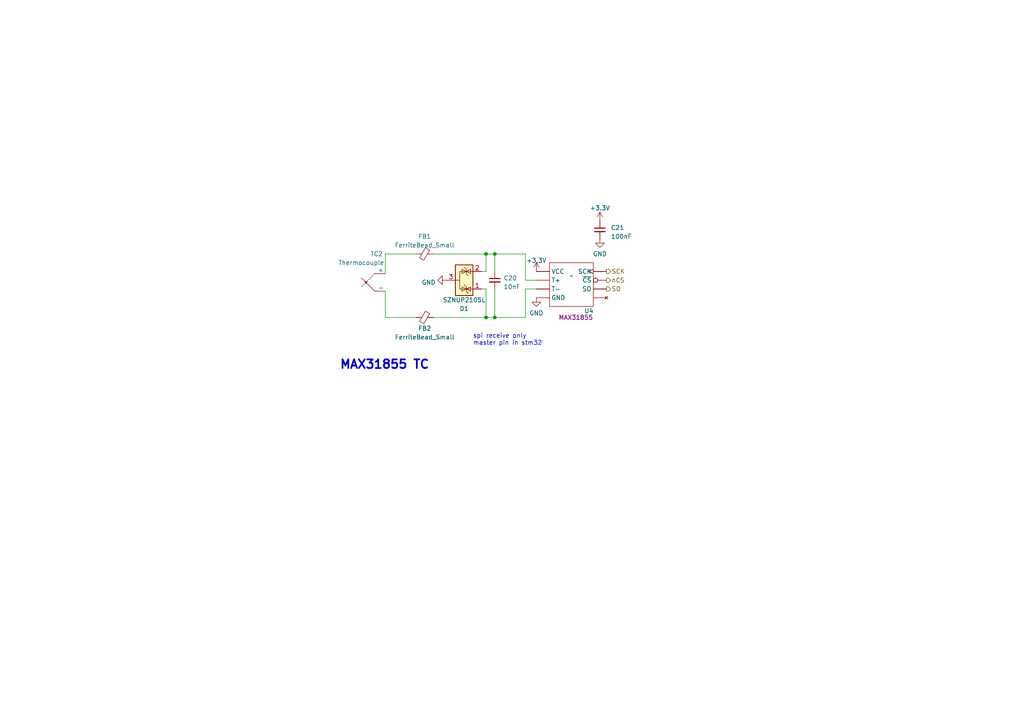
<source format=kicad_sch>
(kicad_sch (version 20230121) (generator eeschema)
  (paper "A4")
  (lib_symbols
    (symbol "Device:C_Small" (pin_numbers hide) (pin_names (offset 0.254) hide)
      (property "Reference" "C" (at 0.254 1.778 0))
      (property "Value" "C_Small" (at 0.254 -2.032 0))
      (symbol "C_Small_0_1"
        (polyline (pts (xy -1.524 -0.508) (xy 1.524 -0.508)) (stroke (width 0.3302)))
        (polyline (pts (xy -1.524 0.508) (xy 1.524 0.508)) (stroke (width 0.3048)))
      )
      (symbol "C_Small_1_1"
        (pin passive line (at 0 2.54 270) (length 2.032) (name "~") (number "1"))
        (pin passive line (at 0 -2.54 90) (length 2.032) (name "~") (number "2"))
      )
    )
    (symbol "Device:FerriteBead_Small" (pin_numbers hide) (pin_names (offset 0))
      (property "Reference" "FB" (at 1.905 1.27 0))
      (property "Value" "FerriteBead_Small" (at 1.905 -1.27 0))
      (symbol "FerriteBead_Small_0_1"
        (polyline (pts (xy 0 -1.27) (xy 0 -0.7874)))
        (polyline (pts (xy 0 0.889) (xy 0 1.2954)))
        (polyline (pts (xy -1.8288 0.2794) (xy -1.1176 1.4986) (xy 1.8288 -0.2032) (xy 1.1176 -1.4224) (xy -1.8288 0.2794)))
      )
      (symbol "FerriteBead_Small_1_1"
        (pin passive line (at 0 2.54 270) (length 1.27) (name "~") (number "1"))
        (pin passive line (at 0 -2.54 90) (length 1.27) (name "~") (number "2"))
      )
    )
    (symbol "Device:Thermocouple" (pin_numbers hide) (pin_names (offset 0))
      (property "Reference" "TC" (at -3.048 3.81 0))
      (property "Value" "Thermocouple" (at -5.08 -4.064 0))
      (symbol "Thermocouple_0_1"
        (circle (center -3.048 0) (radius 0.254) (fill (type outline)))
        (polyline (pts (xy -4.064 -1.016) (xy -4.318 -1.27)))
        (polyline (pts (xy -3.556 -0.508) (xy -3.81 -0.762)))
        (polyline (pts (xy -3.048 0) (xy -3.302 -0.254)))
        (polyline (pts (xy -2.54 0.508) (xy -2.794 0.254)))
        (polyline (pts (xy -2.032 1.016) (xy -2.286 0.762)))
        (polyline (pts (xy -1.524 1.524) (xy -1.778 1.27)))
        (polyline (pts (xy -1.016 2.032) (xy -1.27 1.778)))
        (polyline (pts (xy -0.508 2.54) (xy -0.762 2.286)))
        (polyline (pts (xy 0 -2.54) (xy -0.254 -2.54)))
        (polyline (pts (xy 0 2.54) (xy -0.508 2.54)))
        (polyline (pts (xy 0.254 -2.54) (xy -0.508 -2.54) (xy -4.318 1.27)))
      )
      (symbol "Thermocouple_1_1"
        (pin passive line (at 2.54 2.54 180) (length 2.54) (name "+") (number "1"))
        (pin passive line (at 2.54 -2.54 180) (length 2.54) (name "-") (number "2"))
      )
    )
    (symbol "Power_Protection:SZNUP2105L" (pin_names hide)
      (property "Reference" "D" (at 5.715 2.54 0))
      (property "Value" "SZNUP2105L" (at 5.715 0.635 0))
      (symbol "SZNUP2105L_0_0"
        (pin passive line (at 0 -5.08 90) (length 2.54) (name "A") (number "3"))
      )
      (symbol "SZNUP2105L_0_1"
        (rectangle (start -4.445 2.54) (end 4.445 -2.54) (stroke (width 0.254)) (fill (type background)))
        (polyline (pts (xy -2.54 2.54) (xy -2.54 0.635)))
        (polyline (pts (xy 0 -1.27) (xy 0 -2.54)))
        (polyline (pts (xy 2.54 2.54) (xy 2.54 0.635)))
        (polyline (pts (xy -3.81 1.27) (xy -3.175 0.635) (xy -1.905 0.635) (xy -1.27 0)))
        (polyline (pts (xy -2.54 0.635) (xy -2.54 -1.27) (xy 2.54 -1.27) (xy 2.54 0.635)))
        (polyline (pts (xy -2.54 0.635) (xy -1.905 -0.635) (xy -3.175 -0.635) (xy -2.54 0.635)))
        (polyline (pts (xy 2.54 0.635) (xy 1.905 -0.635) (xy 3.175 -0.635) (xy 2.54 0.635)))
        (polyline (pts (xy 2.54 0.635) (xy 3.175 1.905) (xy 1.905 1.905) (xy 2.54 0.635)))
        (polyline (pts (xy -2.54 0.635) (xy -3.175 1.905) (xy -1.905 1.905) (xy -2.54 0.635) (xy -2.54 1.27)))
        (polyline (pts (xy 1.27 1.27) (xy 1.905 0.635) (xy 2.54 0.635) (xy 3.175 0.635) (xy 3.81 0)))
      )
      (symbol "SZNUP2105L_1_1"
        (pin passive line (at -2.54 5.08 270) (length 2.54) (name "K") (number "1"))
        (pin passive line (at 2.54 5.08 270) (length 2.54) (name "K") (number "2"))
      )
    )
    (symbol "UCIRP-Symbols:MAX31855" (pin_numbers hide)
      (property "Reference" "U" (at 0 7.62 0))
      (property "Manufacturer" "Analog Devices" (at 0 0 0))
      (property "Part #" "MAX31855" (at 0 0 0))
      (symbol "MAX31855_0_1"
        (rectangle (start -6.35 6.35) (end 6.35 -6.35))
      )
      (symbol "MAX31855_1_1"
        (pin power_in line (at -10.16 3.81 0) (length 3.81) (name "GND") (number "1"))
        (pin input line (at -10.16 1.27 0) (length 3.81) (name "T-") (number "2"))
        (pin input line (at -10.16 -1.27 0) (length 3.81) (name "T+") (number "3"))
        (pin power_in line (at -10.16 -3.81 0) (length 3.81) (name "VCC") (number "4"))
        (pin input clock (at 10.16 -3.81 180) (length 3.81) (name "SCK") (number "5"))
        (pin input inverted (at 10.16 -1.27 180) (length 3.81) (name "~{CS}") (number "6"))
        (pin output line (at 10.16 1.27 180) (length 3.81) (name "SO") (number "7"))
        (pin no_connect line (at 10.16 3.81 180) (length 3.81) (name "") (number "8"))
      )
    )
    (symbol "power:+3.3V" (power) (pin_names (offset 0))
      (property "Value" "+3.3V" (at 0 3.556 0))
      (symbol "+3.3V_0_1"
        (polyline (pts (xy -0.762 1.27) (xy 0 2.54)))
        (polyline (pts (xy 0 0) (xy 0 2.54)))
        (polyline (pts (xy 0 2.54) (xy 0.762 1.27)))
      )
      (symbol "+3.3V_1_1"
        (pin power_in line (at 0 0 90) (length 0) hide (name "+3.3V") (number "1"))
      )
    )
    (symbol "power:GND" (power) (pin_names (offset 0))
      (property "Value" "GND" (at 0 -3.81 0))
      (symbol "GND_0_1"
        (polyline (pts (xy 0 0) (xy 0 -1.27) (xy 1.27 -1.27) (xy 0 -2.54) (xy -1.27 -1.27) (xy 0 -1.27)))
      )
      (symbol "GND_1_1"
        (pin power_in line (at 0 0 270) (length 0) hide (name "GND") (number "1"))
      )
    )
  )
  (junction (at 143.51 92.075))
  (junction (at 140.97 73.66))
  (junction (at 143.51 73.66))
  (junction (at 140.97 92.075))
  (wire (pts (xy 111.76 79.375) (xy 111.76 73.66)))
  (wire (pts (xy 152.4 92.075) (xy 152.4 83.82)))
  (wire (pts (xy 143.51 83.82) (xy 143.51 92.075)))
  (wire (pts (xy 139.7 83.82) (xy 140.97 83.82)))
  (wire (pts (xy 111.76 73.66) (xy 120.65 73.66)))
  (wire (pts (xy 111.76 92.075) (xy 120.65 92.075)))
  (wire (pts (xy 111.76 84.455) (xy 111.76 92.075)))
  (wire (pts (xy 143.51 73.66) (xy 143.51 78.74)))
  (wire (pts (xy 152.4 81.28) (xy 155.575 81.28)))
  (wire (pts (xy 140.97 78.74) (xy 139.7 78.74)))
  (wire (pts (xy 125.73 73.66) (xy 140.97 73.66)))
  (wire (pts (xy 152.4 83.82) (xy 155.575 83.82)))
  (wire (pts (xy 125.73 92.075) (xy 140.97 92.075)))
  (wire (pts (xy 143.51 92.075) (xy 152.4 92.075)))
  (wire (pts (xy 140.97 73.66) (xy 140.97 78.74)))
  (wire (pts (xy 140.97 83.82) (xy 140.97 92.075)))
  (wire (pts (xy 143.51 73.66) (xy 152.4 73.66)))
  (wire (pts (xy 140.97 73.66) (xy 143.51 73.66)))
  (wire (pts (xy 152.4 81.28) (xy 152.4 73.66)))
  (wire (pts (xy 140.97 92.075) (xy 143.51 92.075)))
  (text "spi receive only\nmaster pin in stm32\n" (at 137.16 100.33 0) (effects (font (size 1.27 1.27)) (justify left bottom)))
  (text "MAX31855 TC" (at 98.425 107.315 0) (effects (font (size 2.5 2.5) (thickness 0.5) bold) (justify left bottom)))
  (hierarchical_label "SO" (shape output) (at 175.895 83.82 0))
  (hierarchical_label "nCS" (shape output) (at 175.895 81.28 0))
  (hierarchical_label "SCK" (shape output) (at 175.895 78.74 0))
  (symbol (lib_id "power:GND") (at 173.99 69.215 0) (unit 1)
    (property "Reference" "#PWR036" (effects hide))
    (property "Value" "GND" (at 173.99 73.66 0))
    (instances (project "ECU_2.0_Proto1" (path "" (reference "#PWR036") (unit 1))) (project "TC_readings" (path "" (reference "#PWR05") (unit 1))) (project "TC_reading_2" (path "" (reference "#PWR04") (unit 1))) (project "rocket2-gse" (path "" (reference "#PWR0186") (unit 1))) (project "rocket2-gse-hardware" (path "" (reference "#PWR0176") (unit 1)) (path "" (reference "#PWR0161") (unit 1)) (path "" (reference "#PWR0156") (unit 1)) (path "" (reference "#PWR0166") (unit 1)) (path "" (reference "#PWR0171") (unit 1)) (path "" (reference "#PWR0151") (unit 1))))
  )
  (symbol (lib_id "UCIRP-Symbols:MAX31855") (at 165.735 82.55 0) (mirror x) (unit 1)
    (property "Reference" "U4" (at 170.815 90.17 0))
    (property "Value" "~" (at 165.735 80.01 0))
    (property "Footprint" "Package_SO:SOIC-8_3.9x4.9mm_P1.27mm" (effects hide))
    (property "Datasheet" "https://www.analog.com/media/en/technical-documentation/data-sheets/MAX31855.pdf" (effects hide))
    (property "Manufacturer" "Analog Devices" (effects hide))
    (property "Part #" "MAX31855" (at 167.005 92.075 0))
    (instances (project "ECU_2.0_Proto1" (path "" (reference "U4") (unit 1))) (project "TC_readings" (path "" (reference "U1") (unit 1))) (project "TC_reading_2" (path "" (reference "U2") (unit 1))) (project "rocket2-gse" (path "" (reference "U17") (unit 1))) (project "rocket2-gse-hardware" (path "" (reference "U22") (unit 1)) (path "" (reference "U19") (unit 1)) (path "" (reference "U18") (unit 1)) (path "" (reference "U20") (unit 1)) (path "" (reference "U21") (unit 1)) (path "" (reference "U17") (unit 1))))
  )
  (symbol (lib_id "power:GND") (at 129.54 81.28 270) (unit 1)
    (property "Reference" "#PWR013" (effects hide))
    (property "Value" "GND" (at 126.365 81.915 90) (effects (justify right)))
    (instances (project "ECU_2.0_Proto1" (path "" (reference "#PWR013") (unit 1))) (project "TC_readings" (path "" (reference "#PWR01") (unit 1))) (project "TC_reading_2" (path "" (reference "#PWR01") (unit 1))) (project "rocket2-gse" (path "" (reference "#PWR0182") (unit 1))) (project "rocket2-gse-hardware" (path "" (reference "#PWR0172") (unit 1)) (path "" (reference "#PWR0157") (unit 1)) (path "" (reference "#PWR0152") (unit 1)) (path "" (reference "#PWR0162") (unit 1)) (path "" (reference "#PWR0167") (unit 1)) (path "" (reference "#PWR0147") (unit 1))))
  )
  (symbol (lib_id "power:GND") (at 155.575 86.36 0) (unit 1)
    (property "Reference" "#PWR022" (effects hide))
    (property "Value" "GND" (at 155.575 90.805 0))
    (instances (project "ECU_2.0_Proto1" (path "" (reference "#PWR022") (unit 1))) (project "TC_readings" (path "" (reference "#PWR03") (unit 1))) (project "TC_reading_2" (path "" (reference "#PWR02") (unit 1))) (project "rocket2-gse" (path "" (reference "#PWR0184") (unit 1))) (project "rocket2-gse-hardware" (path "" (reference "#PWR0174") (unit 1)) (path "" (reference "#PWR0159") (unit 1)) (path "" (reference "#PWR0154") (unit 1)) (path "" (reference "#PWR0164") (unit 1)) (path "" (reference "#PWR0169") (unit 1)) (path "" (reference "#PWR0149") (unit 1))))
  )
  (symbol (lib_id "Device:FerriteBead_Small") (at 123.19 73.66 90) (unit 1)
    (property "Reference" "FB1" (at 123.1519 68.58 90))
    (property "Value" "FerriteBead_Small" (at 123.1519 71.12 90))
    (property "Footprint" "Inductor_SMD:L_0603_1608Metric" (effects hide))
    (property "Datasheet" "https://www.murata.com/en-us/api/pdfdownloadapi?cate=cgsubChipFerriBead&partno=BLM18PG471SH1%23" (effects hide))
    (property "Manufacturer" "Murata Electronics" (effects hide))
    (property "Part #" "BLM18PG471SH1D" (effects hide))
    (instances (project "ECU_2.0_Proto1" (path "" (reference "FB1") (unit 1))) (project "TC_readings" (path "" (reference "FB1") (unit 1))) (project "TC_reading_2" (path "" (reference "FB1") (unit 1))) (project "rocket2-gse" (path "" (reference "FB1") (unit 1))) (project "rocket2-gse-hardware" (path "" (reference "FB11") (unit 1)) (path "" (reference "FB5") (unit 1)) (path "" (reference "FB3") (unit 1)) (path "" (reference "FB7") (unit 1)) (path "" (reference "FB9") (unit 1)) (path "" (reference "FB1") (unit 1))))
  )
  (symbol (lib_id "Power_Protection:SZNUP2105L") (at 134.62 81.28 270) (mirror x) (unit 1)
    (property "Reference" "D1" (at 134.62 89.535 90))
    (property "Value" "SZNUP2105L" (at 134.62 86.995 90))
    (property "Footprint" "Package_TO_SOT_SMD:SOT-23" (effects hide))
    (property "Datasheet" "http://www.onsemi.com/pub_link/Collateral/NUP2105L-D.PDF" (effects hide))
    (property "Manufacturer" "onsemi" (effects hide))
    (property "Part #" "SZNUP2105L" (effects hide))
    (instances (project "ECU_2.0_Proto1" (path "" (reference "D1") (unit 1))) (project "TC_readings" (path "" (reference "D1") (unit 1))) (project "TC_reading_2" (path "" (reference "D1") (unit 1))) (project "rocket2-gse" (path "" (reference "D31") (unit 1))) (project "rocket2-gse-hardware" (path "" (reference "D32") (unit 1)) (path "" (reference "D29") (unit 1)) (path "" (reference "D28") (unit 1)) (path "" (reference "D30") (unit 1)) (path "" (reference "D31") (unit 1)) (path "" (reference "D27") (unit 1))))
  )
  (symbol (lib_id "Device:FerriteBead_Small") (at 123.19 92.075 90) (unit 1)
    (property "Reference" "FB2" (at 123.19 95.25 90))
    (property "Value" "FerriteBead_Small" (at 123.19 97.79 90))
    (property "Footprint" "Inductor_SMD:L_0603_1608Metric" (effects hide))
    (property "Datasheet" "https://www.murata.com/en-us/api/pdfdownloadapi?cate=cgsubChipFerriBead&partno=BLM18PG471SH1%23" (effects hide))
    (property "Manufacturer" "Murata Electronics" (effects hide))
    (property "Part #" "BLM18PG471SH1D" (effects hide))
    (instances (project "ECU_2.0_Proto1" (path "" (reference "FB2") (unit 1))) (project "TC_readings" (path "" (reference "FB2") (unit 1))) (project "TC_reading_2" (path "" (reference "FB2") (unit 1))) (project "rocket2-gse" (path "" (reference "FB2") (unit 1))) (project "rocket2-gse-hardware" (path "" (reference "FB12") (unit 1)) (path "" (reference "FB6") (unit 1)) (path "" (reference "FB4") (unit 1)) (path "" (reference "FB8") (unit 1)) (path "" (reference "FB10") (unit 1)) (path "" (reference "FB2") (unit 1))))
  )
  (symbol (lib_id "Device:C_Small") (at 173.99 66.675 0) (unit 1)
    (property "Reference" "C21" (at 177.165 66.0463 0) (effects (justify left)))
    (property "Value" "100nF" (at 177.165 68.5863 0) (effects (justify left)))
    (property "Footprint" "Capacitor_SMD:C_0402_1005Metric" (effects hide))
    (property "Manufacturer" "Generic" (effects hide))
    (property "Part #" "Generic 100nF 0402 Capacitor" (effects hide))
    (instances (project "ECU_2.0_Proto1" (path "" (reference "C21") (unit 1))) (project "TC_readings" (path "" (reference "C2") (unit 1))) (project "TC_reading_2" (path "" (reference "C2") (unit 1))) (project "rocket2-gse" (path "" (reference "C25") (unit 1))) (project "rocket2-gse-hardware" (path "" (reference "C27") (unit 1)) (path "" (reference "C21") (unit 1)) (path "" (reference "C19") (unit 1)) (path "" (reference "C23") (unit 1)) (path "" (reference "C25") (unit 1)) (path "" (reference "C17") (unit 1))))
  )
  (symbol (lib_id "power:+3.3V") (at 173.99 64.135 0) (unit 1)
    (property "Reference" "#PWR035" (effects hide))
    (property "Value" "+3.3V" (at 173.99 60.325 0))
    (instances (project "ECU_2.0_Proto1" (path "" (reference "#PWR035") (unit 1))) (project "TC_readings" (path "" (reference "#PWR04") (unit 1))) (project "TC_reading_2" (path "" (reference "#PWR03") (unit 1))) (project "rocket2-gse" (path "" (reference "#PWR0185") (unit 1))) (project "rocket2-gse-hardware" (path "" (reference "#PWR0175") (unit 1)) (path "" (reference "#PWR0160") (unit 1)) (path "" (reference "#PWR0155") (unit 1)) (path "" (reference "#PWR0165") (unit 1)) (path "" (reference "#PWR0170") (unit 1)) (path "" (reference "#PWR0150") (unit 1))))
  )
  (symbol (lib_id "power:+3.3V") (at 155.575 78.74 0) (unit 1)
    (property "Reference" "#PWR021" (effects hide))
    (property "Value" "+3.3V" (at 155.575 75.565 0))
    (instances (project "ECU_2.0_Proto1" (path "" (reference "#PWR021") (unit 1))) (project "TC_readings" (path "" (reference "#PWR02") (unit 1))) (project "TC_reading_2" (path "" (reference "#PWR05") (unit 1))) (project "rocket2-gse" (path "" (reference "#PWR0183") (unit 1))) (project "rocket2-gse-hardware" (path "" (reference "#PWR0173") (unit 1)) (path "" (reference "#PWR0158") (unit 1)) (path "" (reference "#PWR0153") (unit 1)) (path "" (reference "#PWR0163") (unit 1)) (path "" (reference "#PWR0168") (unit 1)) (path "" (reference "#PWR0148") (unit 1))))
  )
  (symbol (lib_id "Device:C_Small") (at 143.51 81.28 0) (unit 1)
    (property "Reference" "C20" (at 146.05 80.6513 0) (effects (justify left)))
    (property "Value" "10nF" (at 146.05 83.1913 0) (effects (justify left)))
    (property "Footprint" "Capacitor_SMD:C_0402_1005Metric" (effects hide))
    (property "Manufacturer" "Generic" (effects hide))
    (property "Part #" "Generic 10nF 0402 Capacitor" (effects hide))
    (instances (project "ECU_2.0_Proto1" (path "" (reference "C20") (unit 1))) (project "TC_readings" (path "" (reference "C1") (unit 1))) (project "TC_reading_2" (path "" (reference "C1") (unit 1))) (project "rocket2-gse" (path "" (reference "C24") (unit 1))) (project "rocket2-gse-hardware" (path "" (reference "C26") (unit 1)) (path "" (reference "C20") (unit 1)) (path "" (reference "C18") (unit 1)) (path "" (reference "C22") (unit 1)) (path "" (reference "C24") (unit 1)) (path "" (reference "C16") (unit 1))))
  )
  (symbol (lib_id "Device:Thermocouple") (at 109.22 81.915 0) (unit 1)
    (property "Reference" "TC2" (at 109.22 73.66 0))
    (property "Value" "Thermocouple" (at 104.775 76.2 0))
    (property "Footprint" "KiCad:AMKPCB" (effects hide))
    (property "Datasheet" "https://www.farnell.com/datasheets/1733454.pdf" (effects hide))
    (property "Manufacturer" "LABFACILITY" (effects hide))
    (property "Part #" "AM-K-PCB" (effects hide))
    (instances (project "ECU_2.0_Proto1" (path "" (reference "TC2") (unit 1))) (project "TC_readings" (path "" (reference "TC3") (unit 1))) (project "rocket2-gse" (path "" (reference "TC1") (unit 1))) (project "TC_reading_1" (path "" (reference "TC1") (unit 1))) (project "rocket2-gse-hardware" (path "" (reference "TC6") (unit 1)) (path "" (reference "TC3") (unit 1)) (path "" (reference "TC2") (unit 1)) (path "" (reference "TC4") (unit 1)) (path "" (reference "TC5") (unit 1)) (path "" (reference "TC1") (unit 1))))
  )
)
</source>
